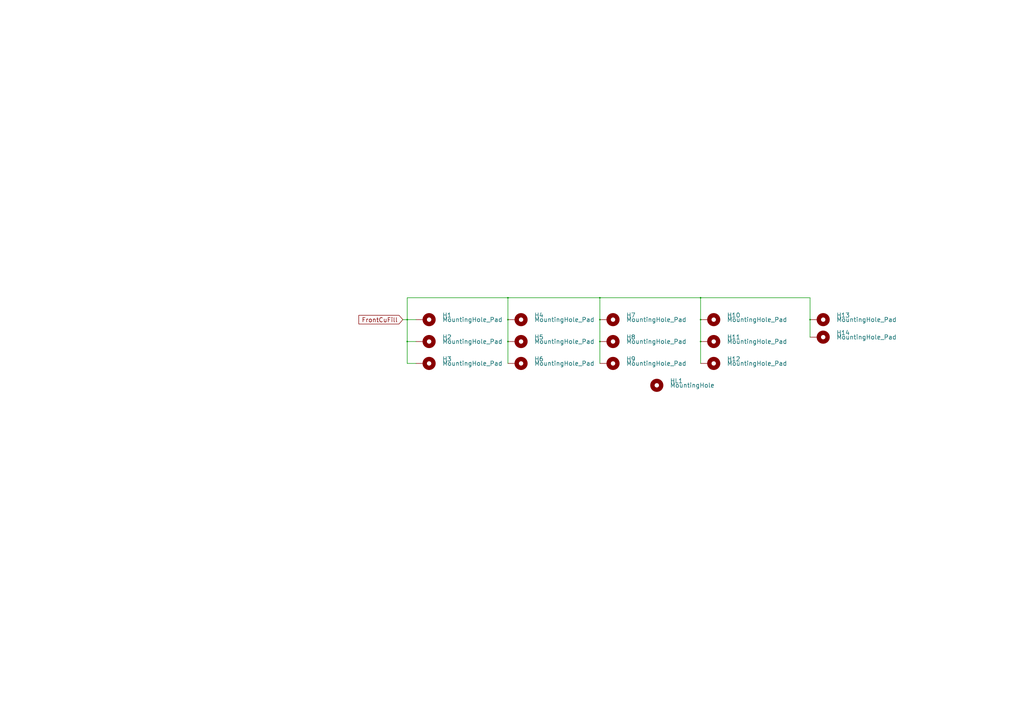
<source format=kicad_sch>
(kicad_sch (version 20200714) (host eeschema "(5.99.0-2421-g2ea5528cd)")
  (page 1 1)
  (paper "A4")
  (lib_symbols
    (symbol "Mechanical:MountingHole"
      (property "Reference" "H" (at 0 5.08 0))
      (property "Value" "MountingHole" (at 0 3.175 0))
      (symbol "MountingHole_0_1"
        (circle (center 0 0) (radius 1.27) (stroke (width 1.27)))
      )
    )
    (symbol "Mechanical:MountingHole_Pad" (pin_numbers hide) (pin_names hide)
      (property "Reference" "H" (at 0 6.35 0))
      (property "Value" "MountingHole_Pad" (at 0 4.445 0))
      (symbol "MountingHole_Pad_0_1"
        (circle (center 0 1.27) (radius 1.27) (stroke (width 1.27)))
      )
      (symbol "MountingHole_Pad_1_1"
        (pin input line (at 0 -2.54 90) (length 2.54) (name "1") (number "1"))
      )
    )
  )
  (junction (at 118.11 92.71) (diameter 0.3048))
  (junction (at 118.11 99.06) (diameter 0.3048))
  (junction (at 147.32 86.36) (diameter 0.3048))
  (junction (at 147.32 92.71) (diameter 0.3048))
  (junction (at 147.32 99.06) (diameter 0.3048))
  (junction (at 173.99 86.36) (diameter 0.3048))
  (junction (at 173.99 92.71) (diameter 0.3048))
  (junction (at 173.99 99.06) (diameter 0.3048))
  (junction (at 203.2 86.36) (diameter 0.3048))
  (junction (at 203.2 92.71) (diameter 0.3048))
  (junction (at 203.2 99.06) (diameter 0.3048))
  (junction (at 234.95 92.71) (diameter 0.3048))
  (wire (pts (xy 116.84 92.71) (xy 118.11 92.71)))
  (wire (pts (xy 118.11 86.36) (xy 147.32 86.36)))
  (wire (pts (xy 118.11 92.71) (xy 118.11 86.36)))
  (wire (pts (xy 118.11 92.71) (xy 120.65 92.71)))
  (wire (pts (xy 118.11 99.06) (xy 118.11 92.71)))
  (wire (pts (xy 118.11 105.41) (xy 118.11 99.06)))
  (wire (pts (xy 120.65 99.06) (xy 118.11 99.06)) (stroke (width 0.1524)))
  (wire (pts (xy 120.65 105.41) (xy 118.11 105.41)))
  (wire (pts (xy 147.32 86.36) (xy 147.32 92.71)))
  (wire (pts (xy 147.32 86.36) (xy 173.99 86.36)))
  (wire (pts (xy 147.32 92.71) (xy 147.32 99.06)))
  (wire (pts (xy 147.32 99.06) (xy 147.32 105.41)))
  (wire (pts (xy 173.99 86.36) (xy 173.99 92.71)))
  (wire (pts (xy 173.99 86.36) (xy 203.2 86.36)))
  (wire (pts (xy 173.99 92.71) (xy 173.99 99.06)))
  (wire (pts (xy 173.99 99.06) (xy 173.99 105.41)))
  (wire (pts (xy 203.2 86.36) (xy 203.2 92.71)))
  (wire (pts (xy 203.2 86.36) (xy 234.95 86.36)))
  (wire (pts (xy 203.2 92.71) (xy 203.2 99.06)))
  (wire (pts (xy 203.2 99.06) (xy 203.2 105.41)))
  (wire (pts (xy 234.95 86.36) (xy 234.95 92.71)))
  (wire (pts (xy 234.95 92.71) (xy 234.95 97.79)))
  (global_label "FrontCuFill" (shape input) (at 116.84 92.71 180))
  (symbol (lib_id "Mechanical:MountingHole") (at 190.5 111.76 0) (unit 1)
    (property "Reference" "HL1" (at 194.31 110.49 0) (effects (justify left)))
    (property "Value" "MountingHole" (at 194.31 111.76 0) (effects (justify left)))
    (property "Footprint" "BostonStreets:boston-streets-thinner-5" (effects hide))
  )
  (symbol (lib_id "Mechanical:MountingHole_Pad") (at 123.19 92.71 270) (unit 1)
    (property "Reference" "H1" (at 128.27 91.44 90) (effects (justify left)))
    (property "Value" "MountingHole_Pad" (at 128.27 92.71 90) (effects (justify left)))
    (property "Footprint" "MountingHole:MountingHole_3.2mm_M3_ISO7380_Pad" (effects hide))
  )
  (symbol (lib_id "Mechanical:MountingHole_Pad") (at 123.19 99.06 270) (unit 1)
    (property "Reference" "H2" (at 128.27 97.79 90) (effects (justify left)))
    (property "Value" "MountingHole_Pad" (at 128.27 99.06 90) (effects (justify left)))
    (property "Footprint" "MountingHole:MountingHole_3.2mm_M3_ISO7380_Pad" (effects hide))
  )
  (symbol (lib_id "Mechanical:MountingHole_Pad") (at 123.19 105.41 270) (unit 1)
    (property "Reference" "H3" (at 128.27 104.14 90) (effects (justify left)))
    (property "Value" "MountingHole_Pad" (at 128.27 105.41 90) (effects (justify left)))
    (property "Footprint" "MountingHole:MountingHole_3.2mm_M3_ISO7380_Pad" (effects hide))
  )
  (symbol (lib_id "Mechanical:MountingHole_Pad") (at 149.86 92.71 270) (unit 1)
    (property "Reference" "H4" (at 154.94 91.44 90) (effects (justify left)))
    (property "Value" "MountingHole_Pad" (at 154.94 92.71 90) (effects (justify left)))
    (property "Footprint" "MountingHole:MountingHole_3.2mm_M3_ISO7380_Pad" (effects hide))
  )
  (symbol (lib_id "Mechanical:MountingHole_Pad") (at 149.86 99.06 270) (unit 1)
    (property "Reference" "H5" (at 154.94 97.79 90) (effects (justify left)))
    (property "Value" "MountingHole_Pad" (at 154.94 99.06 90) (effects (justify left)))
    (property "Footprint" "MountingHole:MountingHole_3.2mm_M3_ISO7380_Pad" (effects hide))
  )
  (symbol (lib_id "Mechanical:MountingHole_Pad") (at 149.86 105.41 270) (unit 1)
    (property "Reference" "H6" (at 154.94 104.14 90) (effects (justify left)))
    (property "Value" "MountingHole_Pad" (at 154.94 105.41 90) (effects (justify left)))
    (property "Footprint" "MountingHole:MountingHole_3.2mm_M3_ISO7380_Pad" (effects hide))
  )
  (symbol (lib_id "Mechanical:MountingHole_Pad") (at 176.53 92.71 270) (unit 1)
    (property "Reference" "H7" (at 181.61 91.44 90) (effects (justify left)))
    (property "Value" "MountingHole_Pad" (at 181.61 92.71 90) (effects (justify left)))
    (property "Footprint" "MountingHole:MountingHole_3.2mm_M3_ISO7380_Pad" (effects hide))
  )
  (symbol (lib_id "Mechanical:MountingHole_Pad") (at 176.53 99.06 270) (unit 1)
    (property "Reference" "H8" (at 181.61 97.79 90) (effects (justify left)))
    (property "Value" "MountingHole_Pad" (at 181.61 99.06 90) (effects (justify left)))
    (property "Footprint" "MountingHole:MountingHole_3.2mm_M3_ISO7380_Pad" (effects hide))
  )
  (symbol (lib_id "Mechanical:MountingHole_Pad") (at 176.53 105.41 270) (unit 1)
    (property "Reference" "H9" (at 181.61 104.14 90) (effects (justify left)))
    (property "Value" "MountingHole_Pad" (at 181.61 105.41 90) (effects (justify left)))
    (property "Footprint" "MountingHole:MountingHole_3.2mm_M3_ISO7380_Pad" (effects hide))
  )
  (symbol (lib_id "Mechanical:MountingHole_Pad") (at 205.74 92.71 270) (unit 1)
    (property "Reference" "H10" (at 210.82 91.44 90) (effects (justify left)))
    (property "Value" "MountingHole_Pad" (at 210.82 92.71 90) (effects (justify left)))
    (property "Footprint" "MountingHole:MountingHole_3.2mm_M3_ISO7380_Pad" (effects hide))
  )
  (symbol (lib_id "Mechanical:MountingHole_Pad") (at 205.74 99.06 270) (unit 1)
    (property "Reference" "H11" (at 210.82 97.79 90) (effects (justify left)))
    (property "Value" "MountingHole_Pad" (at 210.82 99.06 90) (effects (justify left)))
    (property "Footprint" "MountingHole:MountingHole_3.2mm_M3_ISO7380_Pad" (effects hide))
  )
  (symbol (lib_id "Mechanical:MountingHole_Pad") (at 205.74 105.41 270) (unit 1)
    (property "Reference" "H12" (at 210.82 104.14 90) (effects (justify left)))
    (property "Value" "MountingHole_Pad" (at 210.82 105.41 90) (effects (justify left)))
    (property "Footprint" "MountingHole:MountingHole_3.2mm_M3_ISO7380_Pad" (effects hide))
  )
  (symbol (lib_id "Mechanical:MountingHole_Pad") (at 237.49 92.71 270) (unit 1)
    (property "Reference" "H13" (at 242.57 91.44 90) (effects (justify left)))
    (property "Value" "MountingHole_Pad" (at 242.57 92.71 90) (effects (justify left)))
    (property "Footprint" "MountingHole:MountingHole_2.5mm_Pad" (effects hide))
  )
  (symbol (lib_id "Mechanical:MountingHole_Pad") (at 237.49 97.79 270) (unit 1)
    (property "Reference" "H14" (at 242.57 96.52 90) (effects (justify left)))
    (property "Value" "MountingHole_Pad" (at 242.57 97.79 90) (effects (justify left)))
    (property "Footprint" "MountingHole:MountingHole_2.5mm_Pad" (effects hide))
  )
)
</source>
